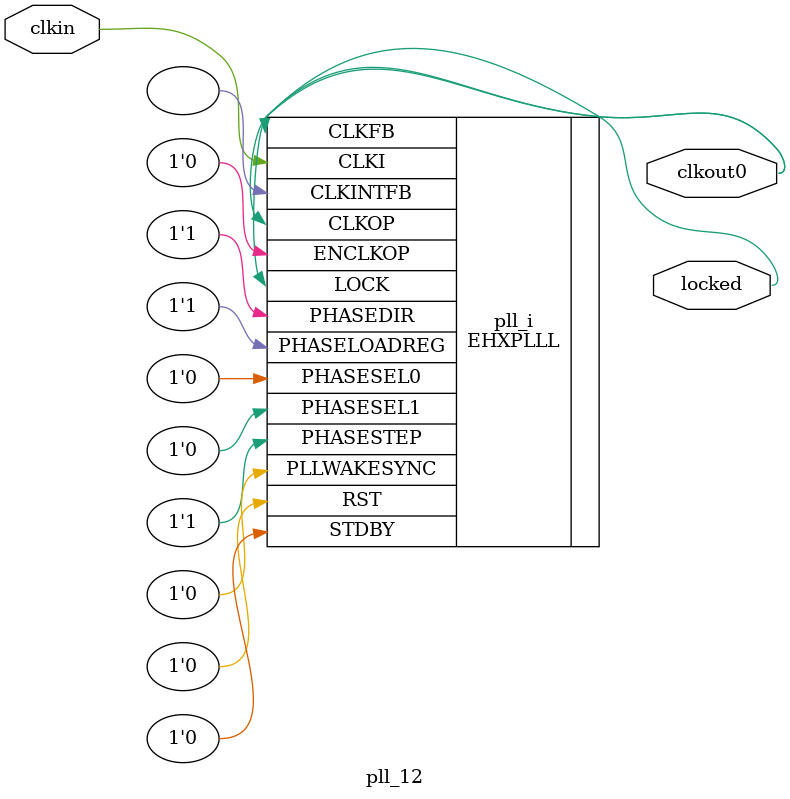
<source format=v>
module pll_12
(
    input clkin, // 16 MHz, 0 deg
    output clkout0, // 12 MHz, 0 deg
    output locked
);
(* FREQUENCY_PIN_CLKI="16" *)
(* FREQUENCY_PIN_CLKOP="12" *)
(* ICP_CURRENT="12" *) (* LPF_RESISTOR="8" *) (* MFG_ENABLE_FILTEROPAMP="1" *) (* MFG_GMCREF_SEL="2" *)
EHXPLLL #(
        .PLLRST_ENA("DISABLED"),
        .INTFB_WAKE("DISABLED"),
        .STDBY_ENABLE("DISABLED"),
        .DPHASE_SOURCE("DISABLED"),
        .OUTDIVIDER_MUXA("DIVA"),
        .OUTDIVIDER_MUXB("DIVB"),
        .OUTDIVIDER_MUXC("DIVC"),
        .OUTDIVIDER_MUXD("DIVD"),
        .CLKI_DIV(4),
        .CLKOP_ENABLE("ENABLED"),
        .CLKOP_DIV(50),
        .CLKOP_CPHASE(24),
        .CLKOP_FPHASE(0),
        .FEEDBK_PATH("CLKOP"),
        .CLKFB_DIV(3)
    ) pll_i (
        .RST(1'b0),
        .STDBY(1'b0),
        .CLKI(clkin),
        .CLKOP(clkout0),
        .CLKFB(clkout0),
        .CLKINTFB(),
        .PHASESEL0(1'b0),
        .PHASESEL1(1'b0),
        .PHASEDIR(1'b1),
        .PHASESTEP(1'b1),
        .PHASELOADREG(1'b1),
        .PLLWAKESYNC(1'b0),
        .ENCLKOP(1'b0),
        .LOCK(locked)
	);
endmodule

</source>
